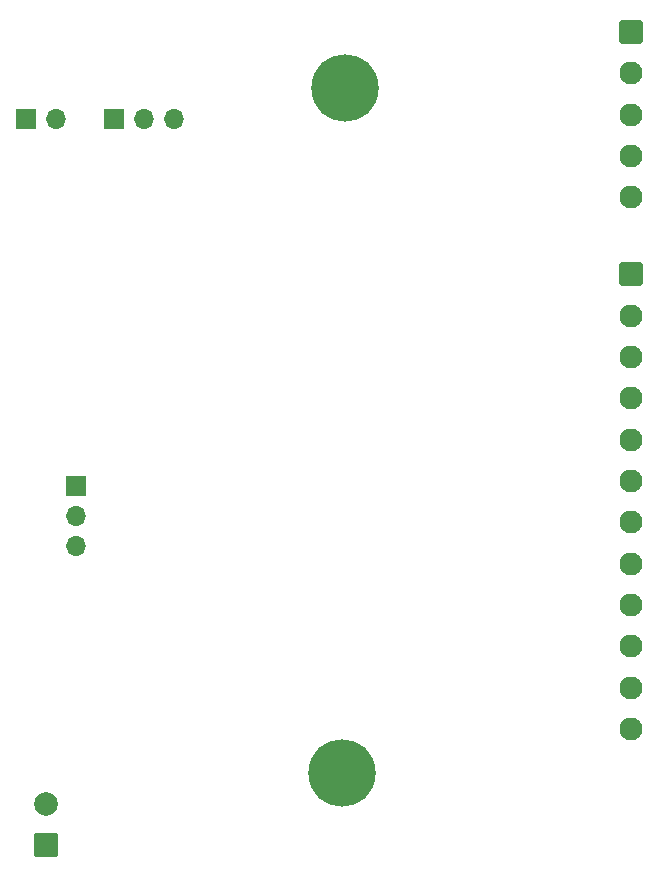
<source format=gbs>
%TF.GenerationSoftware,KiCad,Pcbnew,7.0.7*%
%TF.CreationDate,2024-02-09T10:04:47-05:00*%
%TF.ProjectId,control-module-pcb,636f6e74-726f-46c2-9d6d-6f64756c652d,rev?*%
%TF.SameCoordinates,Original*%
%TF.FileFunction,Soldermask,Bot*%
%TF.FilePolarity,Negative*%
%FSLAX46Y46*%
G04 Gerber Fmt 4.6, Leading zero omitted, Abs format (unit mm)*
G04 Created by KiCad (PCBNEW 7.0.7) date 2024-02-09 10:04:47*
%MOMM*%
%LPD*%
G01*
G04 APERTURE LIST*
G04 Aperture macros list*
%AMRoundRect*
0 Rectangle with rounded corners*
0 $1 Rounding radius*
0 $2 $3 $4 $5 $6 $7 $8 $9 X,Y pos of 4 corners*
0 Add a 4 corners polygon primitive as box body*
4,1,4,$2,$3,$4,$5,$6,$7,$8,$9,$2,$3,0*
0 Add four circle primitives for the rounded corners*
1,1,$1+$1,$2,$3*
1,1,$1+$1,$4,$5*
1,1,$1+$1,$6,$7*
1,1,$1+$1,$8,$9*
0 Add four rect primitives between the rounded corners*
20,1,$1+$1,$2,$3,$4,$5,0*
20,1,$1+$1,$4,$5,$6,$7,0*
20,1,$1+$1,$6,$7,$8,$9,0*
20,1,$1+$1,$8,$9,$2,$3,0*%
G04 Aperture macros list end*
%ADD10RoundRect,0.102000X-0.875000X0.875000X-0.875000X-0.875000X0.875000X-0.875000X0.875000X0.875000X0*%
%ADD11C,1.954000*%
%ADD12R,1.700000X1.700000*%
%ADD13O,1.700000X1.700000*%
%ADD14RoundRect,0.102000X0.900000X-0.900000X0.900000X0.900000X-0.900000X0.900000X-0.900000X-0.900000X0*%
%ADD15C,2.004000*%
%ADD16C,3.600000*%
%ADD17C,5.700000*%
G04 APERTURE END LIST*
D10*
%TO.C,J4*%
X196000000Y-59750000D03*
D11*
X196000000Y-63250000D03*
X196000000Y-66750000D03*
X196000000Y-70250000D03*
X196000000Y-73750000D03*
%TD*%
D12*
%TO.C,J2*%
X144725000Y-67125000D03*
D13*
X147265000Y-67125000D03*
%TD*%
D14*
%TO.C,J5*%
X146400000Y-128600000D03*
D15*
X146400000Y-125100000D03*
%TD*%
D12*
%TO.C,J1*%
X152170000Y-67125000D03*
D13*
X154710000Y-67125000D03*
X157250000Y-67125000D03*
%TD*%
D10*
%TO.C,J3*%
X196000000Y-80250000D03*
D11*
X196000000Y-83750000D03*
X196000000Y-87250000D03*
X196000000Y-90750000D03*
X196000000Y-94250000D03*
X196000000Y-97750000D03*
X196000000Y-101250000D03*
X196000000Y-104750000D03*
X196000000Y-108250000D03*
X196000000Y-111750000D03*
X196000000Y-115250000D03*
X196000000Y-118750000D03*
%TD*%
D16*
%TO.C,REF\u002A\u002A*%
X171500000Y-122500000D03*
D17*
X171500000Y-122500000D03*
%TD*%
D16*
%TO.C,REF\u002A\u002A*%
X171750000Y-64500000D03*
D17*
X171750000Y-64500000D03*
%TD*%
D12*
%TO.C,JP1*%
X149000000Y-98225300D03*
D13*
X149000000Y-100765300D03*
X149000000Y-103305300D03*
%TD*%
M02*

</source>
